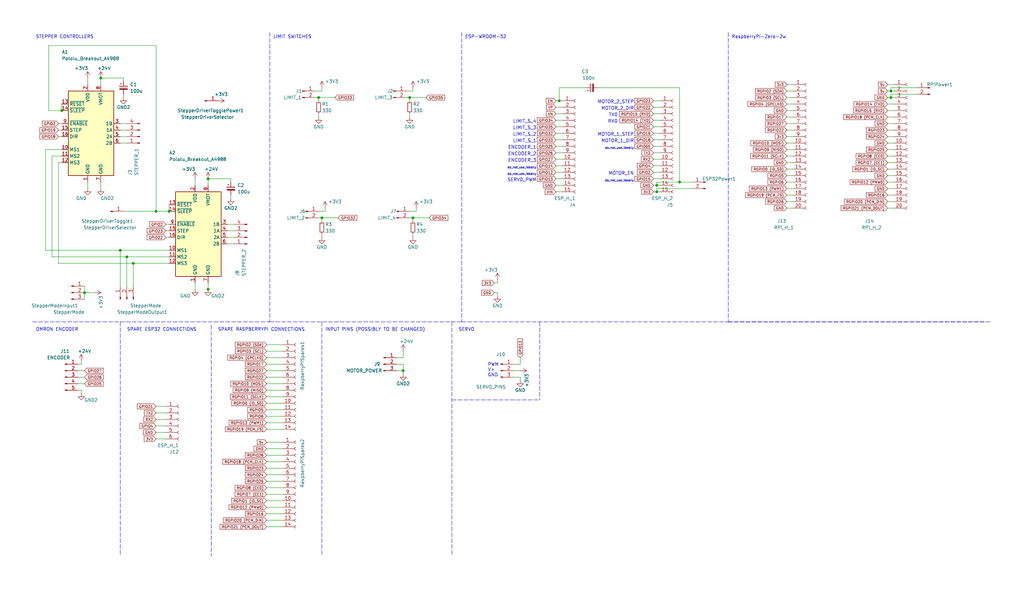
<source format=kicad_sch>
(kicad_sch (version 20211123) (generator eeschema)
  (paper "User" 399.999 229.997)
  (title_block (title "Polar Plotter V1") (date "2022-11-10") (rev "1") (company "Esserprise"))
  (junction (at 24.13 43.18))
  (junction (at 160.02 38.1))
  (junction (at 33.02 114.3))
  (junction (at 52.07 102.87))
  (junction (at 256.54 74.93))
  (junction (at 218.44 39.37))
  (junction (at 347.98 38.1))
  (junction (at 256.54 72.39))
  (junction (at 39.37 30.48))
  (junction (at 60.96 82.55))
  (junction (at 46.99 97.79))
  (junction (at 81.28 69.85))
  (junction (at 81.28 112.9982))
  (junction (at 125.73 85.09))
  (junction (at 161.29 85.09))
  (junction (at 265.43 71.12))
  (junction (at 66.04 82.55))
  (junction (at 49.53 100.33))
  (junction (at 124.46 38.1))
  (junction (at 347.98 35.56))
  (junction (at 157.48 144.78))
  (wire (pts (xy 160.02 85.09) (xy 161.29 85.09)))
  (wire (pts (xy 346.71 48.26) (xy 349.25 48.26)))
  (wire (pts (xy 217.17 62.23) (xy 219.71 62.23)))
  (wire (pts (xy 346.71 40.64) (xy 349.25 40.64)))
  (wire (pts (xy 346.71 35.56) (xy 347.98 35.56)))
  (wire (pts (xy 125.73 85.09) (xy 132.08 85.09)))
  (wire (pts (xy 19.05 43.18) (xy 24.13 43.18)))
  (wire (pts (xy 60.96 166.37) (xy 64.77 166.37)))
  (wire (pts (xy 154.94 142.24) (xy 157.48 142.24)))
  (wire (pts (xy 46.99 53.34) (xy 49.53 53.34)))
  (wire (pts (xy 104.14 177.8) (xy 110.49 177.8)))
  (wire (pts (xy 60.96 82.55) (xy 66.04 82.55)))
  (wire (pts (xy 255.27 57.15) (xy 257.81 57.15)))
  (wire (pts (xy 125.73 91.44) (xy 125.73 92.71)))
  (wire (pts (xy 347.98 36.83) (xy 347.98 38.1)))
  (wire (pts (xy 88.9 87.63) (xy 91.44 87.63)))
  (wire (pts (xy 33.02 111.76) (xy 33.02 114.3)))
  (wire (pts (xy 48.26 31.75) (xy 48.26 30.48)))
  (wire (pts (xy 76.2 69.85) (xy 76.2 72.39)))
  (wire (pts (xy 104.14 185.42) (xy 110.49 185.42)))
  (wire (pts (xy 49.53 100.33) (xy 49.53 111.76)))
  (wire (pts (xy 255.27 72.39) (xy 256.54 72.39)))
  (wire (pts (xy 307.34 50.8) (xy 309.88 50.8)))
  (wire (pts (xy 110.49 142.24) (xy 104.14 142.24)))
  (wire (pts (xy 60.96 161.29) (xy 64.77 161.29)))
  (wire (pts (xy 24.13 60.96) (xy 20.32 60.96)))
  (wire (pts (xy 193.04 110.49) (xy 194.31 110.49)))
  (wire (pts (xy 218.44 34.29) (xy 218.44 39.37)))
  (wire (pts (xy 255.27 49.53) (xy 257.81 49.53)))
  (wire (pts (xy 48.26 30.48) (xy 39.37 30.48)))
  (polyline (pts (xy 176.53 125.73) (xy 176.53 217.17)))
  (wire (pts (xy 217.17 52.07) (xy 219.71 52.07)))
  (wire (pts (xy 17.78 97.79) (xy 46.99 97.79)))
  (wire (pts (xy 346.71 68.58) (xy 349.25 68.58)))
  (wire (pts (xy 110.49 167.64) (xy 104.14 167.64)))
  (wire (pts (xy 30.48 152.4) (xy 31.75 152.4)))
  (wire (pts (xy 256.54 73.66) (xy 256.54 74.93)))
  (wire (pts (xy 255.27 69.85) (xy 257.81 69.85)))
  (wire (pts (xy 110.49 137.16) (xy 104.14 137.16)))
  (wire (pts (xy 39.37 30.48) (xy 39.37 33.02)))
  (wire (pts (xy 346.71 73.66) (xy 349.25 73.66)))
  (wire (pts (xy 346.71 76.2) (xy 349.25 76.2)))
  (wire (pts (xy 346.71 45.72) (xy 349.25 45.72)))
  (wire (pts (xy 33.02 144.78) (xy 30.48 144.78)))
  (wire (pts (xy 307.34 55.88) (xy 309.88 55.88)))
  (wire (pts (xy 60.96 171.45) (xy 64.77 171.45)))
  (wire (pts (xy 217.17 54.61) (xy 219.71 54.61)))
  (wire (pts (xy 158.75 35.56) (xy 161.29 35.56)))
  (wire (pts (xy 110.49 152.4) (xy 104.14 152.4)))
  (wire (pts (xy 110.49 165.1) (xy 104.14 165.1)))
  (wire (pts (xy 358.14 34.29) (xy 347.98 34.29)))
  (wire (pts (xy 346.71 53.34) (xy 349.25 53.34)))
  (wire (pts (xy 104.14 193.04) (xy 110.49 193.04)))
  (wire (pts (xy 200.66 144.78) (xy 203.2 144.78)))
  (polyline (pts (xy 125.73 125.73) (xy 125.73 217.17)))
  (wire (pts (xy 228.6 34.29) (xy 218.44 34.29)))
  (wire (pts (xy 157.48 146.05) (xy 157.48 144.78)))
  (wire (pts (xy 33.02 114.3) (xy 33.02 116.84)))
  (wire (pts (xy 193.04 114.3) (xy 194.31 114.3)))
  (wire (pts (xy 307.34 66.04) (xy 309.88 66.04)))
  (wire (pts (xy 158.75 38.1) (xy 160.02 38.1)))
  (wire (pts (xy 307.34 45.72) (xy 309.88 45.72)))
  (wire (pts (xy 358.14 36.83) (xy 347.98 36.83)))
  (wire (pts (xy 48.26 82.55) (xy 60.96 82.55)))
  (wire (pts (xy 256.54 72.39) (xy 257.81 72.39)))
  (polyline (pts (xy 105.41 125.73) (xy 180.34 125.73)))
  (wire (pts (xy 307.34 68.58) (xy 309.88 68.58)))
  (wire (pts (xy 60.96 168.91) (xy 64.77 168.91)))
  (wire (pts (xy 49.53 100.33) (xy 66.04 100.33)))
  (wire (pts (xy 66.04 80.01) (xy 66.04 82.55)))
  (wire (pts (xy 255.27 59.69) (xy 257.81 59.69)))
  (wire (pts (xy 81.28 69.85) (xy 81.28 72.39)))
  (wire (pts (xy 157.48 139.7) (xy 154.94 139.7)))
  (polyline (pts (xy 284.48 125.73) (xy 387.35 125.73)))
  (wire (pts (xy 46.99 48.26) (xy 49.53 48.26)))
  (wire (pts (xy 346.71 33.02) (xy 349.25 33.02)))
  (wire (pts (xy 346.71 43.18) (xy 349.25 43.18)))
  (polyline (pts (xy 210.82 125.73) (xy 210.82 156.21)))
  (wire (pts (xy 20.32 100.33) (xy 49.53 100.33)))
  (wire (pts (xy 22.86 50.8) (xy 24.13 50.8)))
  (wire (pts (xy 157.48 142.24) (xy 157.48 144.78)))
  (wire (pts (xy 64.77 87.63) (xy 66.04 87.63)))
  (wire (pts (xy 218.44 39.37) (xy 219.71 39.37)))
  (wire (pts (xy 307.34 35.56) (xy 309.88 35.56)))
  (wire (pts (xy 22.86 63.5) (xy 22.86 102.87)))
  (wire (pts (xy 104.14 187.96) (xy 110.49 187.96)))
  (wire (pts (xy 347.98 35.56) (xy 349.25 35.56)))
  (wire (pts (xy 81.28 69.85) (xy 90.17 69.85)))
  (wire (pts (xy 52.07 102.87) (xy 66.04 102.87)))
  (wire (pts (xy 346.71 71.12) (xy 349.25 71.12)))
  (wire (pts (xy 203.2 142.24) (xy 200.66 142.24)))
  (wire (pts (xy 217.17 74.93) (xy 219.71 74.93)))
  (wire (pts (xy 307.34 40.64) (xy 309.88 40.64)))
  (wire (pts (xy 104.14 182.88) (xy 110.49 182.88)))
  (polyline (pts (xy 176.53 156.21) (xy 210.82 156.21)))
  (wire (pts (xy 88.9 95.25) (xy 91.44 95.25)))
  (wire (pts (xy 34.29 71.12) (xy 34.29 73.66)))
  (wire (pts (xy 346.71 63.5) (xy 349.25 63.5)))
  (polyline (pts (xy 105.41 12.7) (xy 105.41 125.73)))
  (wire (pts (xy 265.43 71.12) (xy 256.54 71.12)))
  (wire (pts (xy 24.13 63.5) (xy 22.86 63.5)))
  (wire (pts (xy 255.27 41.91) (xy 257.81 41.91)))
  (wire (pts (xy 24.13 40.64) (xy 24.13 43.18)))
  (wire (pts (xy 160.02 38.1) (xy 160.02 39.37)))
  (wire (pts (xy 255.27 74.93) (xy 256.54 74.93)))
  (wire (pts (xy 104.14 200.66) (xy 110.49 200.66)))
  (wire (pts (xy 81.28 112.9982) (xy 81.28 113.03)))
  (wire (pts (xy 125.73 35.56) (xy 125.73 34.29)))
  (wire (pts (xy 346.71 78.74) (xy 349.25 78.74)))
  (wire (pts (xy 60.96 158.75) (xy 64.77 158.75)))
  (wire (pts (xy 217.17 72.39) (xy 219.71 72.39)))
  (wire (pts (xy 17.78 58.42) (xy 17.78 97.79)))
  (wire (pts (xy 46.99 97.79) (xy 66.04 97.79)))
  (wire (pts (xy 104.14 205.74) (xy 110.49 205.74)))
  (polyline (pts (xy 180.34 12.7) (xy 180.34 125.73)))
  (wire (pts (xy 161.29 85.09) (xy 167.64 85.09)))
  (wire (pts (xy 255.27 46.99) (xy 257.81 46.99)))
  (wire (pts (xy 346.71 58.42) (xy 349.25 58.42)))
  (wire (pts (xy 31.75 142.24) (xy 31.75 140.97)))
  (wire (pts (xy 88.9 90.17) (xy 91.44 90.17)))
  (wire (pts (xy 104.14 198.12) (xy 110.49 198.12)))
  (wire (pts (xy 123.19 35.56) (xy 125.73 35.56)))
  (wire (pts (xy 48.26 36.83) (xy 48.26 38.1)))
  (wire (pts (xy 104.14 195.58) (xy 110.49 195.58)))
  (wire (pts (xy 127 82.55) (xy 127 81.28)))
  (wire (pts (xy 33.02 114.3) (xy 36.83 114.3)))
  (wire (pts (xy 194.31 114.3) (xy 194.31 115.57)))
  (wire (pts (xy 22.86 53.34) (xy 24.13 53.34)))
  (wire (pts (xy 52.07 102.87) (xy 52.07 111.76)))
  (wire (pts (xy 24.13 58.42) (xy 17.78 58.42)))
  (wire (pts (xy 110.49 139.7) (xy 104.14 139.7)))
  (wire (pts (xy 255.27 64.77) (xy 257.81 64.77)))
  (polyline (pts (xy 82.55 127) (xy 82.55 217.17)))
  (wire (pts (xy 346.71 50.8) (xy 349.25 50.8)))
  (wire (pts (xy 46.99 111.76) (xy 46.99 97.79)))
  (wire (pts (xy 256.54 74.93) (xy 257.81 74.93)))
  (wire (pts (xy 307.34 60.96) (xy 309.88 60.96)))
  (wire (pts (xy 307.34 76.2) (xy 309.88 76.2)))
  (wire (pts (xy 110.49 149.86) (xy 104.14 149.86)))
  (wire (pts (xy 76.2 110.49) (xy 76.2 113.03)))
  (wire (pts (xy 307.34 53.34) (xy 309.88 53.34)))
  (wire (pts (xy 217.17 59.69) (xy 219.71 59.69)))
  (wire (pts (xy 88.9 92.71) (xy 91.44 92.71)))
  (wire (pts (xy 30.48 149.86) (xy 33.02 149.86)))
  (wire (pts (xy 255.27 62.23) (xy 257.81 62.23)))
  (wire (pts (xy 31.75 152.4) (xy 31.75 153.67)))
  (wire (pts (xy 347.98 38.1) (xy 349.25 38.1)))
  (wire (pts (xy 110.49 144.78) (xy 104.14 144.78)))
  (wire (pts (xy 123.19 38.1) (xy 124.46 38.1)))
  (wire (pts (xy 217.17 39.37) (xy 218.44 39.37)))
  (wire (pts (xy 255.27 44.45) (xy 257.81 44.45)))
  (wire (pts (xy 217.17 57.15) (xy 219.71 57.15)))
  (wire (pts (xy 161.29 91.44) (xy 161.29 92.71)))
  (wire (pts (xy 217.17 46.99) (xy 219.71 46.99)))
  (wire (pts (xy 217.17 69.85) (xy 219.71 69.85)))
  (wire (pts (xy 307.34 81.28) (xy 309.88 81.28)))
  (wire (pts (xy 346.71 66.04) (xy 349.25 66.04)))
  (wire (pts (xy 104.14 180.34) (xy 110.49 180.34)))
  (polyline (pts (xy 284.48 125.73) (xy 384.81 125.73)))
  (wire (pts (xy 255.27 39.37) (xy 257.81 39.37)))
  (wire (pts (xy 46.99 55.88) (xy 49.53 55.88)))
  (wire (pts (xy 307.34 78.74) (xy 309.88 78.74)))
  (wire (pts (xy 217.17 64.77) (xy 219.71 64.77)))
  (wire (pts (xy 255.27 52.07) (xy 257.81 52.07)))
  (wire (pts (xy 307.34 73.66) (xy 309.88 73.66)))
  (wire (pts (xy 162.56 82.55) (xy 162.56 81.28)))
  (polyline (pts (xy 180.34 125.73) (xy 284.48 125.73)))
  (wire (pts (xy 270.51 73.66) (xy 256.54 73.66)))
  (wire (pts (xy 81.28 110.49) (xy 81.28 112.9982)))
  (wire (pts (xy 200.66 147.32) (xy 203.2 147.32)))
  (wire (pts (xy 203.2 147.32) (xy 203.2 148.59)))
  (wire (pts (xy 33.02 147.32) (xy 30.48 147.32)))
  (wire (pts (xy 217.17 41.91) (xy 219.71 41.91)))
  (wire (pts (xy 46.99 50.8) (xy 49.53 50.8)))
  (wire (pts (xy 217.17 44.45) (xy 219.71 44.45)))
  (wire (pts (xy 34.29 30.48) (xy 34.29 33.02)))
  (wire (pts (xy 307.34 63.5) (xy 309.88 63.5)))
  (wire (pts (xy 90.17 69.85) (xy 90.17 71.12)))
  (wire (pts (xy 19.05 17.78) (xy 19.05 43.18)))
  (wire (pts (xy 347.98 34.29) (xy 347.98 35.56)))
  (wire (pts (xy 307.34 38.1) (xy 309.88 38.1)))
  (wire (pts (xy 90.17 76.2) (xy 90.17 77.47)))
  (wire (pts (xy 104.14 203.2) (xy 110.49 203.2)))
  (wire (pts (xy 346.71 38.1) (xy 347.98 38.1)))
  (wire (pts (xy 22.86 102.87) (xy 52.07 102.87)))
  (wire (pts (xy 346.71 55.88) (xy 349.25 55.88)))
  (wire (pts (xy 265.43 71.12) (xy 270.51 71.12)))
  (wire (pts (xy 110.49 157.48) (xy 104.14 157.48)))
  (wire (pts (xy 157.48 144.78) (xy 154.94 144.78)))
  (wire (pts (xy 124.46 38.1) (xy 130.81 38.1)))
  (wire (pts (xy 255.27 54.61) (xy 257.81 54.61)))
  (wire (pts (xy 217.17 67.31) (xy 219.71 67.31)))
  (wire (pts (xy 160.02 38.1) (xy 166.37 38.1)))
  (polyline (pts (xy 12.7 125.73) (xy 105.41 125.73)))
  (wire (pts (xy 161.29 35.56) (xy 161.29 34.29)))
  (wire (pts (xy 124.46 38.1) (xy 124.46 39.37)))
  (wire (pts (xy 307.34 58.42) (xy 309.88 58.42)))
  (wire (pts (xy 160.02 82.55) (xy 162.56 82.55)))
  (wire (pts (xy 104.14 172.72) (xy 110.49 172.72)))
  (wire (pts (xy 125.73 85.09) (xy 125.73 86.36)))
  (wire (pts (xy 104.14 190.5) (xy 110.49 190.5)))
  (wire (pts (xy 203.2 142.24) (xy 203.2 139.7)))
  (wire (pts (xy 307.34 71.12) (xy 309.88 71.12)))
  (wire (pts (xy 124.46 44.45) (xy 124.46 45.72)))
  (wire (pts (xy 307.34 48.26) (xy 309.88 48.26)))
  (wire (pts (xy 64.77 90.17) (xy 66.04 90.17)))
  (wire (pts (xy 265.43 34.29) (xy 265.43 71.12)))
  (wire (pts (xy 60.96 17.78) (xy 19.05 17.78)))
  (wire (pts (xy 104.14 175.26) (xy 110.49 175.26)))
  (wire (pts (xy 124.46 82.55) (xy 127 82.55)))
  (wire (pts (xy 22.86 48.26) (xy 24.13 48.26)))
  (wire (pts (xy 157.48 137.16) (xy 157.48 139.7)))
  (polyline (pts (xy 284.48 12.7) (xy 284.48 125.73)))
  (wire (pts (xy 30.48 142.24) (xy 31.75 142.24)))
  (wire (pts (xy 346.71 81.28) (xy 349.25 81.28)))
  (wire (pts (xy 194.31 110.49) (xy 194.31 109.22)))
  (wire (pts (xy 20.32 60.96) (xy 20.32 100.33)))
  (wire (pts (xy 307.34 43.18) (xy 309.88 43.18)))
  (wire (pts (xy 124.46 85.09) (xy 125.73 85.09)))
  (wire (pts (xy 217.17 49.53) (xy 219.71 49.53)))
  (wire (pts (xy 255.27 67.31) (xy 257.81 67.31)))
  (wire (pts (xy 110.49 147.32) (xy 104.14 147.32)))
  (wire (pts (xy 110.49 162.56) (xy 104.14 162.56)))
  (wire (pts (xy 110.49 154.94) (xy 104.14 154.94)))
  (wire (pts (xy 64.77 92.71) (xy 66.04 92.71)))
  (wire (pts (xy 161.29 85.09) (xy 161.29 86.36)))
  (polyline (pts (xy 46.99 125.73) (xy 46.99 217.17)))
  (wire (pts (xy 307.34 33.02) (xy 309.88 33.02)))
  (wire (pts (xy 256.54 71.12) (xy 256.54 72.39)))
  (wire (pts (xy 60.96 163.83) (xy 64.77 163.83)))
  (wire (pts (xy 110.49 160.02) (xy 104.14 160.02)))
  (wire (pts (xy 39.37 71.12) (xy 39.37 73.66)))
  (wire (pts (xy 110.49 134.62) (xy 104.14 134.62)))
  (wire (pts (xy 60.96 82.55) (xy 60.96 17.78)))
  (wire (pts (xy 233.68 34.29) (xy 265.43 34.29)))
  (wire (pts (xy 346.71 60.96) (xy 349.25 60.96)))
  (wire (pts (xy 160.02 44.45) (xy 160.02 45.72)))
  (text "do_not_use_ideally" (at 247.65 71.12 180) (effects (font (size 0.8 0.8)) (justify right bottom)))
  (text "SPARE ESP32 CONNECTIONS\n" (at 49.53 129.54 0) (effects (font (size 1.27 1.27)) (justify left bottom)))
  (text "MOTOR_2_STEP\n" (at 247.65 40.64 180) (effects (font (size 1.27 1.27)) (justify right bottom)))
  (text "LIMIT_S_2\n" (at 209.55 53.34 180) (effects (font (size 1.27 1.27)) (justify right bottom)))
  (text "RaspberryPi-Zero-2w" (at 285.75 15.24 0) (effects (font (size 1.27 1.27)) (justify left bottom)))
  (text "TX0" (at 241.3 45.72 180) (effects (font (size 1.27 1.27)) (justify right bottom)))
  (text "LIMIT_S_4\n" (at 209.55 48.26 180) (effects (font (size 1.27 1.27)) (justify right bottom)))
  (text "MOTOR_1_STEP\n" (at 247.65 53.34 180) (effects (font (size 1.27 1.27)) (justify right bottom)))
  (text "ENCODER_3" (at 209.55 63.5 180) (effects (font (size 1.27 1.27)) (justify right bottom)))
  (text "do_not_use_ideally" (at 209.55 66.04 180) (effects (font (size 0.8 0.8)) (justify right bottom)))
  (text "MOTOR_EN" (at 247.65 68.58 180) (effects (font (size 1.27 1.27)) (justify right bottom)))
  (text "LIMIT SWITCHES\n" (at 106.68 15.24 0) (effects (font (size 1.27 1.27)) (justify left bottom)))
  (text "OMRON ENCODER\n" (at 13.97 129.54 0) (effects (font (size 1.27 1.27)) (justify left bottom)))
  (text "do_not_use_ideally" (at 209.55 68.58 180) (effects (font (size 0.8 0.8)) (justify right bottom)))
  (text "MOTOR_1_DIR\n" (at 247.65 55.88 180) (effects (font (size 1.27 1.27)) (justify right bottom)))
  (text "ENCODER_2" (at 209.55 60.96 180) (effects (font (size 1.27 1.27)) (justify right bottom)))
  (text "SERVO_PWM\n" (at 209.55 71.12 180) (effects (font (size 1.27 1.27)) (justify right bottom)))
  (text "SERVO\n" (at 179.07 129.54 0) (effects (font (size 1.27 1.27)) (justify left bottom)))
  (text "ESP-WROOM-32" (at 181.61 15.24 0) (effects (font (size 1.27 1.27)) (justify left bottom)))
  (text "ENCODER_1" (at 209.55 58.42 180) (effects (font (size 1.27 1.27)) (justify right bottom)))
  (text "STEPPER CONTROLLERS\n" (at 13.97 15.24 0) (effects (font (size 1.27 1.27)) (justify left bottom)))
  (text "SPARE RASPBERRYPI CONNECTIONS\n" (at 85.09 129.54 0) (effects (font (size 1.27 1.27)) (justify left bottom)))
  (text "MOTOR_2_DIR\n" (at 247.65 43.18 180) (effects (font (size 1.27 1.27)) (justify right bottom)))
  (text "PWM\nV+\nGND" (at 190.5 147.32 0) (effects (font (size 1.27 1.27)) (justify left bottom)))
  (text "LIMIT_S_1" (at 209.55 55.88 180) (effects (font (size 1.27 1.27)) (justify right bottom)))
  (text "RX0" (at 241.3 48.26 180) (effects (font (size 1.27 1.27)) (justify right bottom)))
  (text "LIMIT_S_3\n" (at 209.55 50.8 180) (effects (font (size 1.27 1.27)) (justify right bottom)))
  (text "INPUT PINS (POSSIBLY TO BE CHANGED)\n" (at 127 129.54 0) (effects (font (size 1.27 1.27)) (justify left bottom)))
  (text "do_not_use_ideally" (at 247.65 58.42 180) (effects (font (size 0.8 0.8)) (justify right bottom)))
  (global_label "VIN" (shape input) (at 217.17 74.93 180) (effects (font (size 1 1))) (property "Intersheet References" "${INTERSHEET_REFS}" (effects hide)))
  (global_label "GPIO19" (shape input) (at 22.86 50.8 180) (effects (font (size 1 1))) (property "Intersheet References" "${INTERSHEET_REFS}" (effects hide)))
  (global_label "RGPIO22" (shape input) (at 307.34 50.8 180) (effects (font (size 1 1))) (property "Intersheet References" "${INTERSHEET_REFS}" (effects hide)))
  (global_label "GPIO27" (shape input) (at 217.17 62.23 180) (effects (font (size 1 1))) (property "Intersheet References" "${INTERSHEET_REFS}" (effects hide)))
  (global_label "GPIO32" (shape input) (at 132.08 85.09 0) (effects (font (size 1 1))) (property "Intersheet References" "${INTERSHEET_REFS}" (effects hide)))
  (global_label "GPIO19" (shape input) (at 255.27 52.07 180) (effects (font (size 1 1))) (property "Intersheet References" "${INTERSHEET_REFS}" (effects hide)))
  (global_label "GPIO32" (shape input) (at 217.17 52.07 180) (effects (font (size 1 1))) (property "Intersheet References" "${INTERSHEET_REFS}" (effects hide)))
  (global_label "GPIO4" (shape input) (at 60.96 166.37 180) (effects (font (size 1 1))) (property "Intersheet References" "${INTERSHEET_REFS}" (effects hide)))
  (global_label "RGPIO19 (PCM_FS)" (shape input) (at 104.14 167.64 180) (effects (font (size 1 1))) (property "Intersheet References" "${INTERSHEET_REFS}" (effects hide)))
  (global_label "RGPIO13 (PWM1)" (shape input) (at 104.14 165.1 180) (effects (font (size 1 1))) (property "Intersheet References" "${INTERSHEET_REFS}" (effects hide)))
  (global_label "RGPIO2 (SDA)" (shape input) (at 104.14 134.62 180) (effects (font (size 1 1))) (property "Intersheet References" "${INTERSHEET_REFS}" (effects hide)))
  (global_label "GPIO34" (shape input) (at 167.64 85.09 0) (effects (font (size 1 1))) (property "Intersheet References" "${INTERSHEET_REFS}" (effects hide)))
  (global_label "RGPIO1 (ID_SC)" (shape input) (at 104.14 195.58 180) (effects (font (size 1 1))) (property "Intersheet References" "${INTERSHEET_REFS}" (effects hide)))
  (global_label "GPIO34" (shape input) (at 217.17 46.99 180) (effects (font (size 1 1))) (property "Intersheet References" "${INTERSHEET_REFS}" (effects hide)))
  (global_label "GPIO15" (shape input) (at 255.27 69.85 180) (effects (font (size 1 1))) (property "Intersheet References" "${INTERSHEET_REFS}" (effects hide)))
  (global_label "GPIO2" (shape input) (at 255.27 67.31 180) (effects (font (size 1 1))) (property "Intersheet References" "${INTERSHEET_REFS}" (effects hide)))
  (global_label "RGPIO12 (PMW0)" (shape input) (at 104.14 198.12 180) (effects (font (size 1 1))) (property "Intersheet References" "${INTERSHEET_REFS}" (effects hide)))
  (global_label "RGPIO14 (TXD)" (shape input) (at 346.71 40.64 180) (effects (font (size 1 1))) (property "Intersheet References" "${INTERSHEET_REFS}" (effects hide)))
  (global_label "RGPIO27" (shape input) (at 307.34 48.26 180) (effects (font (size 1 1))) (property "Intersheet References" "${INTERSHEET_REFS}" (effects hide)))
  (global_label "TX2" (shape input) (at 60.96 161.29 180) (effects (font (size 1 1))) (property "Intersheet References" "${INTERSHEET_REFS}" (effects hide)))
  (global_label "RX2" (shape input) (at 255.27 62.23 180) (effects (font (size 1 1))) (property "Intersheet References" "${INTERSHEET_REFS}" (effects hide)))
  (global_label "3v3" (shape input) (at 307.34 33.02 180) (effects (font (size 1 1))) (property "Intersheet References" "${INTERSHEET_REFS}" (effects hide)))
  (global_label "RGPIO13 (PWM1)" (shape input) (at 307.34 73.66 180) (effects (font (size 1 1))) (property "Intersheet References" "${INTERSHEET_REFS}" (effects hide)))
  (global_label "RGPIO23" (shape input) (at 104.14 182.88 180) (effects (font (size 1 1))) (property "Intersheet References" "${INTERSHEET_REFS}" (effects hide)))
  (global_label "GPIO26" (shape input) (at 217.17 59.69 180) (effects (font (size 1 1))) (property "Intersheet References" "${INTERSHEET_REFS}" (effects hide)))
  (global_label "RGPIO2 (SDA)" (shape input) (at 307.34 35.56 180) (effects (font (size 1 1))) (property "Intersheet References" "${INTERSHEET_REFS}" (effects hide)))
  (global_label "RGPIO14 (TXD)" (shape input) (at 255.27 46.99 180) (effects (font (size 1 1))) (property "Intersheet References" "${INTERSHEET_REFS}" (effects hide)))
  (global_label "RGPIO3 (SCL)" (shape input) (at 307.34 38.1 180) (effects (font (size 1 1))) (property "Intersheet References" "${INTERSHEET_REFS}" (effects hide)))
  (global_label "GND" (shape input) (at 346.71 73.66 180) (effects (font (size 1 1))) (property "Intersheet References" "${INTERSHEET_REFS}" (effects hide)))
  (global_label "GPIO05" (shape input) (at 255.27 57.15 180) (effects (font (size 1 1))) (property "Intersheet References" "${INTERSHEET_REFS}" (effects hide)))
  (global_label "GND" (shape input) (at 255.27 72.39 180) (effects (font (size 1 1))) (property "Intersheet References" "${INTERSHEET_REFS}" (effects hide)))
  (global_label "RGPIO17" (shape input) (at 307.34 45.72 180) (effects (font (size 1 1))) (property "Intersheet References" "${INTERSHEET_REFS}" (effects hide)))
  (global_label "GND" (shape input) (at 346.71 48.26 180) (effects (font (size 1 1))) (property "Intersheet References" "${INTERSHEET_REFS}" (effects hide)))
  (global_label "RGPIO24" (shape input) (at 346.71 53.34 180) (effects (font (size 1 1))) (property "Intersheet References" "${INTERSHEET_REFS}" (effects hide)))
  (global_label "GPIO25" (shape input) (at 33.02 149.86 0) (effects (font (size 1 1))) (property "Intersheet References" "${INTERSHEET_REFS}" (effects hide)))
  (global_label "RGPIO0 (ID_SD)" (shape input) (at 307.34 66.04 180) (effects (font (size 1 1))) (property "Intersheet References" "${INTERSHEET_REFS}" (effects hide)))
  (global_label "GPIO35" (shape input) (at 166.37 38.1 0) (effects (font (size 1 1))) (property "Intersheet References" "${INTERSHEET_REFS}" (effects hide)))
  (global_label "RGPIO22" (shape input) (at 104.14 147.32 180) (effects (font (size 1 1))) (property "Intersheet References" "${INTERSHEET_REFS}" (effects hide)))
  (global_label "RGPIO6" (shape input) (at 104.14 162.56 180) (effects (font (size 1 1))) (property "Intersheet References" "${INTERSHEET_REFS}" (effects hide)))
  (global_label "GND" (shape input) (at 307.34 43.18 180) (effects (font (size 1 1))) (property "Intersheet References" "${INTERSHEET_REFS}" (effects hide)))
  (global_label "RGPIO15 (RXD)" (shape input) (at 255.27 44.45 180) (effects (font (size 1 1))) (property "Intersheet References" "${INTERSHEET_REFS}" (effects hide)))
  (global_label "RX2" (shape input) (at 60.96 163.83 180) (effects (font (size 1 1))) (property "Intersheet References" "${INTERSHEET_REFS}" (effects hide)))
  (global_label "RGPIO8 (CE0)" (shape input) (at 346.71 60.96 180) (effects (font (size 1 1))) (property "Intersheet References" "${INTERSHEET_REFS}" (effects hide)))
  (global_label "GPIO33" (shape input) (at 217.17 54.61 180) (effects (font (size 1 1))) (property "Intersheet References" "${INTERSHEET_REFS}" (effects hide)))
  (global_label "GND" (shape input) (at 346.71 68.58 180) (effects (font (size 1 1))) (property "Intersheet References" "${INTERSHEET_REFS}" (effects hide)))
  (global_label "GND" (shape input) (at 346.71 55.88 180) (effects (font (size 1 1))) (property "Intersheet References" "${INTERSHEET_REFS}" (effects hide)))
  (global_label "5v" (shape input) (at 104.14 172.72 180) (effects (font (size 1 1))) (property "Intersheet References" "${INTERSHEET_REFS}" (effects hide)))
  (global_label "TX2" (shape input) (at 255.27 59.69 180) (effects (font (size 1 1))) (property "Intersheet References" "${INTERSHEET_REFS}" (effects hide)))
  (global_label "RGPIO16" (shape input) (at 104.14 200.66 180) (effects (font (size 1 1))) (property "Intersheet References" "${INTERSHEET_REFS}" (effects hide)))
  (global_label "RGPIO10 (MOSI)" (shape input) (at 307.34 55.88 180) (effects (font (size 1 1))) (property "Intersheet References" "${INTERSHEET_REFS}" (effects hide)))
  (global_label "RGPIO8 (CE0)" (shape input) (at 104.14 190.5 180) (effects (font (size 1 1))) (property "Intersheet References" "${INTERSHEET_REFS}" (effects hide)))
  (global_label "GPIO2" (shape input) (at 64.77 87.63 180) (effects (font (size 1 1))) (property "Intersheet References" "${INTERSHEET_REFS}" (effects hide)))
  (global_label "RGPIO16" (shape input) (at 346.71 76.2 180) (effects (font (size 1 1))) (property "Intersheet References" "${INTERSHEET_REFS}" (effects hide)))
  (global_label "GPIO18" (shape input) (at 22.86 53.34 180) (effects (font (size 1 1))) (property "Intersheet References" "${INTERSHEET_REFS}" (effects hide)))
  (global_label "RGPIO7 (CE1)" (shape input) (at 346.71 63.5 180) (effects (font (size 1 1))) (property "Intersheet References" "${INTERSHEET_REFS}" (effects hide)))
  (global_label "GPIO27" (shape input) (at 33.02 144.78 0) (effects (font (size 1 1))) (property "Intersheet References" "${INTERSHEET_REFS}" (effects hide)))
  (global_label "EN" (shape input) (at 217.17 39.37 180) (effects (font (size 1 1))) (property "Intersheet References" "${INTERSHEET_REFS}" (effects hide)))
  (global_label "RGPIO26" (shape input) (at 307.34 78.74 180) (effects (font (size 1 1))) (property "Intersheet References" "${INTERSHEET_REFS}" (effects hide)))
  (global_label "RGPIO5" (shape input) (at 104.14 160.02 180) (effects (font (size 1 1))) (property "Intersheet References" "${INTERSHEET_REFS}" (effects hide)))
  (global_label "GPIO13" (shape input) (at 203.2 139.7 90) (effects (font (size 1 1))) (property "Intersheet References" "${INTERSHEET_REFS}" (effects hide)))
  (global_label "RGPIO10 (MOSI)" (shape input) (at 104.14 149.86 180) (effects (font (size 1 1))) (property "Intersheet References" "${INTERSHEET_REFS}" (effects hide)))
  (global_label "GPIO22" (shape input) (at 64.77 92.71 180) (effects (font (size 1 1))) (property "Intersheet References" "${INTERSHEET_REFS}" (effects hide)))
  (global_label "RGPIO24" (shape input) (at 104.14 185.42 180) (effects (font (size 1 1))) (property "Intersheet References" "${INTERSHEET_REFS}" (effects hide)))
  (global_label "GPIO35" (shape input) (at 217.17 49.53 180) (effects (font (size 1 1))) (property "Intersheet References" "${INTERSHEET_REFS}" (effects hide)))
  (global_label "GPIO23" (shape input) (at 255.27 39.37 180) (effects (font (size 1 1))) (property "Intersheet References" "${INTERSHEET_REFS}" (effects hide)))
  (global_label "GPIO25" (shape input) (at 217.17 57.15 180) (effects (font (size 1 1))) (property "Intersheet References" "${INTERSHEET_REFS}" (effects hide)))
  (global_label "GPIO4" (shape input) (at 255.27 64.77 180) (effects (font (size 1 1))) (property "Intersheet References" "${INTERSHEET_REFS}" (effects hide)))
  (global_label "GPIO18" (shape input) (at 255.27 54.61 180) (effects (font (size 1 1))) (property "Intersheet References" "${INTERSHEET_REFS}" (effects hide)))
  (global_label "GND" (shape input) (at 346.71 38.1 180) (effects (font (size 1 1))) (property "Intersheet References" "${INTERSHEET_REFS}" (effects hide)))
  (global_label "RGPIO3 (SCL)" (shape input) (at 104.14 137.16 180) (effects (font (size 1 1))) (property "Intersheet References" "${INTERSHEET_REFS}" (effects hide)))
  (global_label "RGPIO7 (CE1)" (shape input) (at 104.14 193.04 180) (effects (font (size 1 1))) (property "Intersheet References" "${INTERSHEET_REFS}" (effects hide)))
  (global_label "RGPIO20 (PCM_DIN)" (shape input) (at 346.71 78.74 180) (effects (font (size 1 1))) (property "Intersheet References" "${INTERSHEET_REFS}" (effects hide)))
  (global_label "VN" (shape input) (at 217.17 44.45 180) (effects (font (size 1 1))) (property "Intersheet References" "${INTERSHEET_REFS}" (effects hide)))
  (global_label "RGPIO6" (shape input) (at 307.34 71.12 180) (effects (font (size 1 1))) (property "Intersheet References" "${INTERSHEET_REFS}" (effects hide)))
  (global_label "RGPIO17" (shape input) (at 104.14 142.24 180) (effects (font (size 1 1))) (property "Intersheet References" "${INTERSHEET_REFS}" (effects hide)))
  (global_label "3V3" (shape input) (at 193.04 110.49 180) (effects (font (size 1 1))) (property "Intersheet References" "${INTERSHEET_REFS}" (effects hide)))
  (global_label "GND" (shape input) (at 193.04 114.3 180) (effects (font (size 1 1))) (property "Intersheet References" "${INTERSHEET_REFS}" (effects hide)))
  (global_label "RGPIO12 (PMW0)" (shape input) (at 346.71 71.12 180) (effects (font (size 1 1))) (property "Intersheet References" "${INTERSHEET_REFS}" (effects hide)))
  (global_label "GPIO21" (shape input) (at 60.96 158.75 180) (effects (font (size 1 1))) (property "Intersheet References" "${INTERSHEET_REFS}" (effects hide)))
  (global_label "RGPIO11 (SCLK)" (shape input) (at 104.14 154.94 180) (effects (font (size 1 1))) (property "Intersheet References" "${INTERSHEET_REFS}" (effects hide)))
  (global_label "RGPIO5" (shape input) (at 307.34 68.58 180) (effects (font (size 1 1))) (property "Intersheet References" "${INTERSHEET_REFS}" (effects hide)))
  (global_label "GND" (shape input) (at 307.34 63.5 180) (effects (font (size 1 1))) (property "Intersheet References" "${INTERSHEET_REFS}" (effects hide)))
  (global_label "RGPIO19 (PCM_FS)" (shape input) (at 307.34 76.2 180) (effects (font (size 1 1))) (property "Intersheet References" "${INTERSHEET_REFS}" (effects hide)))
  (global_label "RGPIO9 (MISO)" (shape input) (at 104.14 152.4 180) (effects (font (size 1 1))) (property "Intersheet References" "${INTERSHEET_REFS}" (effects hide)))
  (global_label "GPIO23" (shape input) (at 64.77 90.17 180) (effects (font (size 1 1))) (property "Intersheet References" "${INTERSHEET_REFS}" (effects hide)))
  (global_label "GPIO22" (shape input) (at 255.27 41.91 180) (effects (font (size 1 1))) (property "Intersheet References" "${INTERSHEET_REFS}" (effects hide)))
  (global_label "GND" (shape input) (at 60.96 168.91 180) (effects (font (size 1 1))) (property "Intersheet References" "${INTERSHEET_REFS}" (effects hide)))
  (global_label "RGPIO9 (MISO)" (shape input) (at 307.34 58.42 180) (effects (font (size 1 1))) (property "Intersheet References" "${INTERSHEET_REFS}" (effects hide)))
  (global_label "GPIO26" (shape input) (at 33.02 147.32 0) (effects (font (size 1 1))) (property "Intersheet References" "${INTERSHEET_REFS}" (effects hide)))
  (global_label "RGPIO11 (SCLK)" (shape input) (at 307.34 60.96 180) (effects (font (size 1 1))) (property "Intersheet References" "${INTERSHEET_REFS}" (effects hide)))
  (global_label "RGPIO4 (GPCLK0)" (shape input) (at 104.14 139.7 180) (effects (font (size 1 1))) (property "Intersheet References" "${INTERSHEET_REFS}" (effects hide)))
  (global_label "RGPIO23" (shape input) (at 346.71 50.8 180) (effects (font (size 1 1))) (property "Intersheet References" "${INTERSHEET_REFS}" (effects hide)))
  (global_label "3v3" (shape input) (at 307.34 53.34 180) (effects (font (size 1 1))) (property "Intersheet References" "${INTERSHEET_REFS}" (effects hide)))
  (global_label "GPIO14" (shape input) (at 217.17 64.77 180) (effects (font (size 1 1))) (property "Intersheet References" "${INTERSHEET_REFS}" (effects hide)))
  (global_label "RGPIO25" (shape input) (at 104.14 187.96 180) (effects (font (size 1 1))) (property "Intersheet References" "${INTERSHEET_REFS}" (effects hide)))
  (global_label "RGPIO4 (GPCLK0)" (shape input) (at 307.34 40.64 180) (effects (font (size 1 1))) (property "Intersheet References" "${INTERSHEET_REFS}" (effects hide)))
  (global_label "GPIO2" (shape input) (at 22.86 48.26 180) (effects (font (size 1 1))) (property "Intersheet References" "${INTERSHEET_REFS}" (effects hide)))
  (global_label "VP" (shape input) (at 217.17 41.91 180) (effects (font (size 1 1))) (property "Intersheet References" "${INTERSHEET_REFS}" (effects hide)))
  (global_label "GPIO12" (shape input) (at 217.17 67.31 180) (effects (font (size 1 1))) (property "Intersheet References" "${INTERSHEET_REFS}" (effects hide)))
  (global_label "3V3" (shape input) (at 60.96 171.45 180) (effects (font (size 1 1))) (property "Intersheet References" "${INTERSHEET_REFS}" (effects hide)))
  (global_label "GPIO21" (shape input) (at 255.27 49.53 180) (effects (font (size 1 1))) (property "Intersheet References" "${INTERSHEET_REFS}" (effects hide)))
  (global_label "5v" (shape input) (at 346.71 35.56 180) (effects (font (size 1 1))) (property "Intersheet References" "${INTERSHEET_REFS}" (effects hide)))
  (global_label "RGPIO26" (shape input) (at 104.14 177.8 180) (effects (font (size 1 1))) (property "Intersheet References" "${INTERSHEET_REFS}" (effects hide)))
  (global_label "GND" (shape input) (at 104.14 175.26 180) (effects (font (size 1 1))) (property "Intersheet References" "${INTERSHEET_REFS}" (effects hide)))
  (global_label "RGPIO15 (RXD)" (shape input) (at 346.71 43.18 180) (effects (font (size 1 1))) (property "Intersheet References" "${INTERSHEET_REFS}" (effects hide)))
  (global_label "GPIO13" (shape input) (at 217.17 69.85 180) (effects (font (size 1 1))) (property "Intersheet References" "${INTERSHEET_REFS}" (effects hide)))
  (global_label "GND" (shape input) (at 307.34 81.28 180) (effects (font (size 1 1))) (property "Intersheet References" "${INTERSHEET_REFS}" (effects hide)))
  (global_label "RGPIO18 (PCM_CLK)" (shape input) (at 104.14 180.34 180) (effects (font (size 1 1))) (property "Intersheet References" "${INTERSHEET_REFS}" (effects hide)))
  (global_label "RGPIO0 (ID_SD)" (shape input) (at 104.14 157.48 180) (effects (font (size 1 1))) (property "Intersheet References" "${INTERSHEET_REFS}" (effects hide)))
  (global_label "RGPIO21 (PCM_DOUT)" (shape input) (at 104.14 205.74 180) (effects (font (size 1 1))) (property "Intersheet References" "${INTERSHEET_REFS}" (effects hide)))
  (global_label "RGPIO27" (shape input) (at 104.14 144.78 180) (effects (font (size 1 1))) (property "Intersheet References" "${INTERSHEET_REFS}" (effects hide)))
  (global_label "3V3" (shape input) (at 255.27 74.93 180) (effects (font (size 1 1))) (property "Intersheet References" "${INTERSHEET_REFS}" (effects hide)))
  (global_label "5v" (shape input) (at 346.71 33.02 180) (effects (font (size 1 1))) (property "Intersheet References" "${INTERSHEET_REFS}" (effects hide)))
  (global_label "RGPIO20 (PCM_DIN)" (shape input) (at 104.14 203.2 180) (effects (font (size 1 1))) (property "Intersheet References" "${INTERSHEET_REFS}" (effects hide)))
  (global_label "GPIO33" (shape input) (at 130.81 38.1 0) (effects (font (size 1 1))) (property "Intersheet References" "${INTERSHEET_REFS}" (effects hide)))
  (global_label "RGPIO1 (ID_SC)" (shape input) (at 346.71 66.04 180) (effects (font (size 1 1))) (property "Intersheet References" "${INTERSHEET_REFS}" (effects hide)))
  (global_label "RGPIO25" (shape input) (at 346.71 58.42 180) (effects (font (size 1 1))) (property "Intersheet References" "${INTERSHEET_REFS}" (effects hide)))
  (global_label "RGPIO18 (PCM_CLK)" (shape input) (at 346.71 45.72 180) (effects (font (size 1 1))) (property "Intersheet References" "${INTERSHEET_REFS}" (effects hide)))
  (global_label "GND" (shape input) (at 217.17 72.39 180) (effects (font (size 1 1))) (property "Intersheet References" "${INTERSHEET_REFS}" (effects hide)))
  (global_label "RGPIO21 (PCM_DOUT)" (shape input) (at 346.71 81.28 180) (effects (font (size 1 1))) (property "Intersheet References" "${INTERSHEET_REFS}" (effects hide)))
  (symbol (lib_id "Connector:Conn_01x15_Female") (at 224.79 57.15 0) (unit 1)
    (property "Reference" "J4" (at 224.79 80.01 0) (effects (justify right)))
    (property "Value" "ESP_H_1" (at 224.79 77.47 0) (effects (justify right)))
    (property "Footprint" "Connector_PinSocket_2.54mm:PinSocket_1x15_P2.54mm_Vertical" (effects hide))
  )
  (symbol (lib_id "power:GND2") (at 90.17 77.47 0) (unit 1)
    (property "Reference" "#PWR012" (effects hide))
    (property "Value" "GND2" (at 90.17 81.28 0))
  )
  (symbol (lib_id "Connector:Conn_01x02_Male") (at 275.59 71.12 0) (mirror y) (unit 1)
    (property "Reference" "ESP32Power1" (at 274.32 69.85 0) (effects (justify right)))
    (property "Value" "V+" (effects hide))
    (property "Footprint" "Connector_PinHeader_2.54mm:PinHeader_1x02_P2.54mm_Vertical" (effects hide))
  )
  (symbol (lib_id "power:GND2") (at 81.28 112.9982 0) (unit 1)
    (property "Reference" "#PWR0101" (effects hide))
    (property "Value" "GND2" (at 85.09 115.57 0))
  )
  (symbol (lib_id "Connector:Conn_01x03_Male") (at 49.53 116.84 90) (unit 1)
    (property "Reference" "StepperModeOutput1" (at 45.72 121.92 90) (effects (justify right)))
    (property "Value" "StepperMode" (at 50.8 119.38 90) (effects (justify right)))
    (property "Footprint" "Connector_PinHeader_2.54mm:PinHeader_1x03_P2.54mm_Vertical" (effects hide))
  )
  (symbol (lib_id "power:GND") (at 34.29 73.66 0) (unit 1)
    (property "Reference" "#PWR011" (effects hide))
    (property "Value" "GND" (at 31.75 77.47 0))
  )
  (symbol (lib_id "power:GND") (at 124.46 45.72 0) (unit 1)
    (property "Reference" "#PWR06" (effects hide))
    (property "Value" "GND" (at 124.46 49.53 0))
  )
  (symbol (lib_id "power:GND") (at 160.02 45.72 0) (unit 1)
    (property "Reference" "#PWR07" (effects hide))
    (property "Value" "GND" (at 160.02 49.53 0))
  )
  (symbol (lib_id "Device:C_Polarized_Small") (at 90.17 73.66 0) (unit 1)
    (property "Reference" "C2" (at 92.71 72.39 0) (effects (justify left)))
    (property "Value" "100u" (at 92.71 74.93 0) (effects (justify left)))
    (property "Footprint" "Capacitor_THT:CP_Radial_D8.0mm_P5.00mm" (effects hide))
  )
  (symbol (lib_id "power:GND2") (at 31.75 153.67 0) (unit 1)
    (property "Reference" "#PWR?" (effects hide))
    (property "Value" "GND2" (at 35.56 156.2418 0))
  )
  (symbol (lib_id "Connector:Conn_01x02_Male") (at 118.11 35.56 0) (unit 1)
    (property "Reference" "J1" (at 116.84 35.56 0))
    (property "Value" "LIMIT_1" (at 114.3 38.1 0))
    (property "Footprint" "Connector_PinHeader_2.54mm:PinHeader_1x02_P2.54mm_Vertical" (effects hide))
  )
  (symbol (lib_id "Connector:Conn_01x20_Female") (at 314.96 55.88 0) (unit 1)
    (property "Reference" "J13" (at 303.53 86.36 0) (effects (justify left)))
    (property "Value" "RPi_H_1" (at 302.26 88.9 0) (effects (justify left)))
    (property "Footprint" "Connector_PinSocket_2.54mm:PinSocket_1x20_P2.54mm_Vertical" (effects hide))
  )
  (symbol (lib_id "power:+3V3") (at 34.29 30.48 0) (unit 1)
    (property "Reference" "#PWR01" (effects hide))
    (property "Value" "+3V3" (at 31.75 26.67 0))
  )
  (symbol (lib_id "Device:R_Small") (at 160.02 41.91 0) (unit 1)
    (property "Reference" "R2" (at 161.29 40.64 0) (effects (justify left)))
    (property "Value" "330" (at 161.29 43.18 0) (effects (justify left)))
    (property "Footprint" "Resistor_THT:R_Axial_DIN0207_L6.3mm_D2.5mm_P7.62mm_Horizontal" (effects hide))
  )
  (symbol (lib_id "Connector:Conn_01x01_Male") (at 43.18 82.55 0) (unit 1)
    (property "Reference" "StepperDriverToggle1" (at 52.07 86.36 0) (effects (justify right)))
    (property "Value" "StepperDriverSelector" (at 53.34 88.9 0) (effects (justify right)))
    (property "Footprint" "Connector_PinHeader_2.54mm:PinHeader_1x01_P2.54mm_Vertical" (effects hide))
  )
  (symbol (lib_id "Device:C_Polarized_Small") (at 48.26 34.29 0) (unit 1)
    (property "Reference" "C1" (at 50.8 33.02 0) (effects (justify left)))
    (property "Value" "100u" (at 50.8 35.56 0) (effects (justify left)))
    (property "Footprint" "Capacitor_THT:CP_Radial_D8.0mm_P5.00mm" (effects hide))
  )
  (symbol (lib_id "Connector:Conn_01x02_Male") (at 154.94 82.55 0) (unit 1)
    (property "Reference" "J7" (at 153.67 82.55 0))
    (property "Value" "LIMIT_4" (at 151.13 85.09 0))
    (property "Footprint" "Connector_PinHeader_2.54mm:PinHeader_1x02_P2.54mm_Vertical" (effects hide))
  )
  (symbol (lib_id "Connector:Conn_01x03_Male") (at 149.86 142.24 0) (unit 1)
    (property "Reference" "J9" (at 147.32 142.24 0))
    (property "Value" "MOTOR_POWER" (at 142.24 144.78 0))
    (property "Footprint" "Connector_PinHeader_2.54mm:PinHeader_1x03_P2.54mm_Vertical" (effects hide))
  )
  (symbol (lib_id "power:GND") (at 125.73 92.71 0) (unit 1)
    (property "Reference" "#PWR015" (effects hide))
    (property "Value" "GND" (at 125.73 96.52 0))
  )
  (symbol (lib_id "Driver_Motor:Pololu_Breakout_A4988") (at 34.29 50.8 0) (unit 1)
    (property "Reference" "A1" (at 24.13 20.32 0) (effects (justify left)))
    (property "Value" "Pololu_Breakout_A4988" (at 24.13 22.86 0) (effects (justify left)))
    (property "Footprint" "Module:Pololu_Breakout-16_15.2x20.3mm" (effects hide))
    (property "Datasheet" "https://www.pololu.com/product/2980/pictures" (effects hide))
  )
  (symbol (lib_id "Connector:Conn_01x14_Female") (at 115.57 187.96 0) (unit 1)
    (property "Reference" "RaspberryPiSpares2" (at 118.11 190.5 90) (effects (justify left)))
    (property "Value" "RPi_H_1" (effects hide))
    (property "Footprint" "Connector_PinSocket_2.54mm:PinSocket_1x14_P2.54mm_Vertical" (effects hide))
  )
  (symbol (lib_id "power:GND") (at 203.2 148.59 0) (unit 1)
    (property "Reference" "#PWR023" (effects hide))
    (property "Value" "GND" (at 203.2 152.4 0))
  )
  (symbol (lib_id "power:+24V") (at 157.48 137.16 0) (unit 1)
    (property "Reference" "#PWR020" (effects hide))
    (property "Value" "+24V" (at 158.75 133.35 0))
  )
  (symbol (lib_id "power:GND") (at 194.31 115.57 0) (unit 1)
    (property "Reference" "#PWR0102" (effects hide))
    (property "Value" "GND" (at 194.31 119.38 0))
  )
  (symbol (lib_id "Driver_Motor:Pololu_Breakout_A4988") (at 76.2 90.17 0) (unit 1)
    (property "Reference" "A2" (at 66.04 59.69 0) (effects (justify left)))
    (property "Value" "Pololu_Breakout_A4988" (at 66.04 62.23 0) (effects (justify left)))
    (property "Footprint" "Module:Pololu_Breakout-16_15.2x20.3mm" (effects hide))
    (property "Datasheet" "https://www.pololu.com/product/2980/pictures" (effects hide))
  )
  (symbol (lib_id "Device:R_Small") (at 124.46 41.91 0) (unit 1)
    (property "Reference" "R1" (at 125.73 40.64 0) (effects (justify left)))
    (property "Value" "330" (at 125.73 43.18 0) (effects (justify left)))
    (property "Footprint" "Resistor_THT:R_Axial_DIN0207_L6.3mm_D2.5mm_P7.62mm_Horizontal" (effects hide))
  )
  (symbol (lib_id "Connector:Conn_01x20_Female") (at 354.33 55.88 0) (unit 1)
    (property "Reference" "J14" (at 337.82 86.36 0) (effects (justify left)))
    (property "Value" "RPi_H_2" (at 336.55 88.9 0) (effects (justify left)))
    (property "Footprint" "Connector_PinSocket_2.54mm:PinSocket_1x20_P2.54mm_Vertical" (effects hide))
  )
  (symbol (lib_id "power:+3V3") (at 203.2 144.78 270) (unit 1)
    (property "Reference" "#PWR021" (effects hide))
    (property "Value" "+3V3" (at 205.74 148.59 0))
  )
  (symbol (lib_id "Connector:Conn_01x01_Male") (at 80.01 39.37 0) (unit 1)
    (property "Reference" "StepperDriverTogglePower1" (at 95.25 43.18 0) (effects (justify right)))
    (property "Value" "StepperDriverSelector" (at 91.44 45.72 0) (effects (justify right)))
    (property "Footprint" "Connector_PinHeader_2.54mm:PinHeader_1x01_P2.54mm_Vertical" (effects hide))
  )
  (symbol (lib_id "Device:C_Polarized_Small") (at 231.14 34.29 90) (unit 1)
    (property "Reference" "C3" (at 229.87 27.94 90) (effects (justify left)))
    (property "Value" "100n" (at 232.41 30.48 90) (effects (justify left)))
    (property "Footprint" "Capacitor_THT:CP_Radial_D4.0mm_P2.00mm" (effects hide))
  )
  (symbol (lib_id "power:+3V3") (at 194.31 109.22 0) (unit 1)
    (property "Reference" "#PWR0103" (effects hide))
    (property "Value" "+3V3" (at 191.77 105.41 0))
  )
  (symbol (lib_id "Connector:Conn_01x02_Male") (at 153.67 35.56 0) (unit 1)
    (property "Reference" "J2" (at 152.4 35.56 0))
    (property "Value" "LIMIT_3" (at 149.86 38.1 0))
    (property "Footprint" "Connector_PinHeader_2.54mm:PinHeader_1x02_P2.54mm_Vertical" (effects hide))
  )
  (symbol (lib_id "power:GND2") (at 48.26 38.1 0) (unit 1)
    (property "Reference" "#PWR05" (effects hide))
    (property "Value" "GND2" (at 48.26 41.91 0))
  )
  (symbol (lib_id "power:+24V") (at 81.28 69.85 0) (unit 1)
    (property "Reference" "#PWR010" (effects hide))
    (property "Value" "+24V" (at 82.55 66.04 0))
  )
  (symbol (lib_id "power:+3V3") (at 161.29 34.29 0) (unit 1)
    (property "Reference" "#PWR04" (effects hide))
    (property "Value" "+3V3" (at 165.1 31.75 0))
  )
  (symbol (lib_id "Connector:Conn_01x04_Male") (at 54.61 53.34 180) (unit 1)
    (property "Reference" "J3" (at 50.8 68.58 90) (effects (justify right)))
    (property "Value" "STEPPER_1" (at 53.34 68.58 90) (effects (justify right)))
    (property "Footprint" "Connector_PinHeader_2.54mm:PinHeader_1x04_P2.54mm_Vertical" (effects hide))
  )
  (symbol (lib_id "Device:R_Small") (at 125.73 88.9 0) (unit 1)
    (property "Reference" "R3" (at 127 87.63 0) (effects (justify left)))
    (property "Value" "330" (at 127 90.17 0) (effects (justify left)))
    (property "Footprint" "Resistor_THT:R_Axial_DIN0207_L6.3mm_D2.5mm_P7.62mm_Horizontal" (effects hide))
  )
  (symbol (lib_id "Connector:Conn_01x02_Male") (at 119.38 82.55 0) (unit 1)
    (property "Reference" "J6" (at 118.11 82.55 0))
    (property "Value" "LIMIT_2" (at 115.57 85.09 0))
    (property "Footprint" "Connector_PinHeader_2.54mm:PinHeader_1x02_P2.54mm_Vertical" (effects hide))
  )
  (symbol (lib_id "Connector:Conn_01x04_Male") (at 96.52 92.71 180) (unit 1)
    (property "Reference" "J8" (at 92.71 107.95 90) (effects (justify right)))
    (property "Value" "STEPPER_2" (at 95.25 107.95 90) (effects (justify right)))
    (property "Footprint" "Connector_PinHeader_2.54mm:PinHeader_1x04_P2.54mm_Vertical" (effects hide))
  )
  (symbol (lib_id "power:+24V") (at 39.37 30.48 0) (unit 1)
    (property "Reference" "#PWR02" (effects hide))
    (property "Value" "+24V" (at 40.64 26.67 0))
  )
  (symbol (lib_id "power:+3V3") (at 76.2 69.85 0) (unit 1)
    (property "Reference" "#PWR09" (effects hide))
    (property "Value" "+3V3" (at 73.66 66.04 0))
  )
  (symbol (lib_id "Connector:Conn_01x05_Male") (at 25.4 147.32 0) (unit 1)
    (property "Reference" "J11" (at 25.4 137.16 0))
    (property "Value" "ENCODER" (at 22.86 139.7 0))
    (property "Footprint" "Connector_PinHeader_2.54mm:PinHeader_1x05_P2.54mm_Vertical" (effects hide))
  )
  (symbol (lib_id "power:GND") (at 76.2 113.03 0) (unit 1)
    (property "Reference" "#PWR018" (effects hide))
    (property "Value" "GND" (at 72.39 115.57 0))
  )
  (symbol (lib_id "power:GND2") (at 157.48 146.05 0) (unit 1)
    (property "Reference" "#PWR022" (effects hide))
    (property "Value" "GND2" (at 157.48 149.86 0))
  )
  (symbol (lib_id "power:+24V") (at 31.75 140.97 0) (unit 1)
    (property "Reference" "#PWR019" (effects hide))
    (property "Value" "+24V" (at 33.02 137.16 0))
  )
  (symbol (lib_id "power:+3V3") (at 162.56 81.28 0) (unit 1)
    (property "Reference" "#PWR014" (effects hide))
    (property "Value" "+3V3" (at 166.37 78.74 0))
  )
  (symbol (lib_id "Connector:Conn_01x03_Male") (at 27.94 114.3 0) (unit 1)
    (property "Reference" "StepperModeInput1" (at 30.48 119.38 0) (effects (justify right)))
    (property "Value" "StepperMode" (at 33.02 121.92 0) (effects (justify right)))
    (property "Footprint" "Connector_PinHeader_2.54mm:PinHeader_1x03_P2.54mm_Vertical" (effects hide))
  )
  (symbol (lib_id "power:GND") (at 161.29 92.71 0) (unit 1)
    (property "Reference" "#PWR016" (effects hide))
    (property "Value" "GND" (at 161.29 96.52 0))
  )
  (symbol (lib_id "power:+3V3") (at 127 81.28 0) (unit 1)
    (property "Reference" "#PWR013" (effects hide))
    (property "Value" "+3V3" (at 130.81 78.74 0))
  )
  (symbol (lib_id "Connector:Conn_01x06_Female") (at 69.85 163.83 0) (unit 1)
    (property "Reference" "J12" (at 69.85 176.53 0) (effects (justify right)))
    (property "Value" "ESP_H_1" (at 69.85 173.99 0) (effects (justify right)))
    (property "Footprint" "Connector_PinSocket_2.54mm:PinSocket_1x06_P2.54mm_Vertical" (effects hide))
  )
  (symbol (lib_id "Device:R_Small") (at 161.29 88.9 0) (unit 1)
    (property "Reference" "R4" (at 162.56 87.63 0) (effects (justify left)))
    (property "Value" "330" (at 162.56 90.17 0) (effects (justify left)))
    (property "Footprint" "Resistor_THT:R_Axial_DIN0207_L6.3mm_D2.5mm_P7.62mm_Horizontal" (effects hide))
  )
  (symbol (lib_id "power:GND2") (at 39.37 73.66 0) (unit 1)
    (property "Reference" "#PWR0104" (effects hide))
    (property "Value" "GND2" (at 41.91 77.47 0))
  )
  (symbol (lib_id "Connector:Conn_01x02_Male") (at 363.22 34.29 0) (mirror y) (unit 1)
    (property "Reference" "RPiPower1" (at 361.95 33.02 0) (effects (justify right)))
    (property "Value" "V+" (effects hide))
    (property "Footprint" "Connector_PinHeader_2.54mm:PinHeader_1x02_P2.54mm_Vertical" (effects hide))
  )
  (symbol (lib_id "Connector:Conn_01x03_Male") (at 195.58 144.78 0) (unit 1)
    (property "Reference" "J10" (at 195.58 138.43 0))
    (property "Value" "SERVO_PINS" (at 191.77 151.13 0))
    (property "Footprint" "Connector_PinHeader_2.54mm:PinHeader_1x03_P2.54mm_Vertical" (effects hide))
  )
  (symbol (lib_id "Connector:Conn_01x15_Female") (at 262.89 57.15 0) (unit 1)
    (property "Reference" "J5" (at 262.89 80.01 0) (effects (justify right)))
    (property "Value" "ESP_H_2" (at 262.89 77.47 0) (effects (justify right)))
    (property "Footprint" "Connector_PinSocket_2.54mm:PinSocket_1x15_P2.54mm_Vertical" (effects hide))
  )
  (symbol (lib_id "power:+3V3") (at 125.73 34.29 0) (unit 1)
    (property "Reference" "#PWR03" (effects hide))
    (property "Value" "+3V3" (at 129.54 31.75 0))
  )
  (symbol (lib_id "power:+3V3") (at 36.83 114.3 270) (unit 1)
    (property "Reference" "#PWR0105" (effects hide))
    (property "Value" "+3V3" (at 39.37 118.11 0))
  )
  (symbol (lib_id "Connector:Conn_01x14_Female") (at 115.57 149.86 0) (unit 1)
    (property "Reference" "RaspberryPiSpares1" (at 118.11 152.4 90) (effects (justify left)))
    (property "Value" "RPi_H_1" (effects hide))
    (property "Footprint" "Connector_PinSocket_2.54mm:PinSocket_1x14_P2.54mm_Vertical" (effects hide))
  )
  (symbol (lib_id "power:+3V3") (at 85.09 39.37 270) (unit 1)
    (property "Reference" "#PWR0106" (effects hide))
    (property "Value" "+3V3" (at 86.36 36.83 90))
  )
)
</source>
